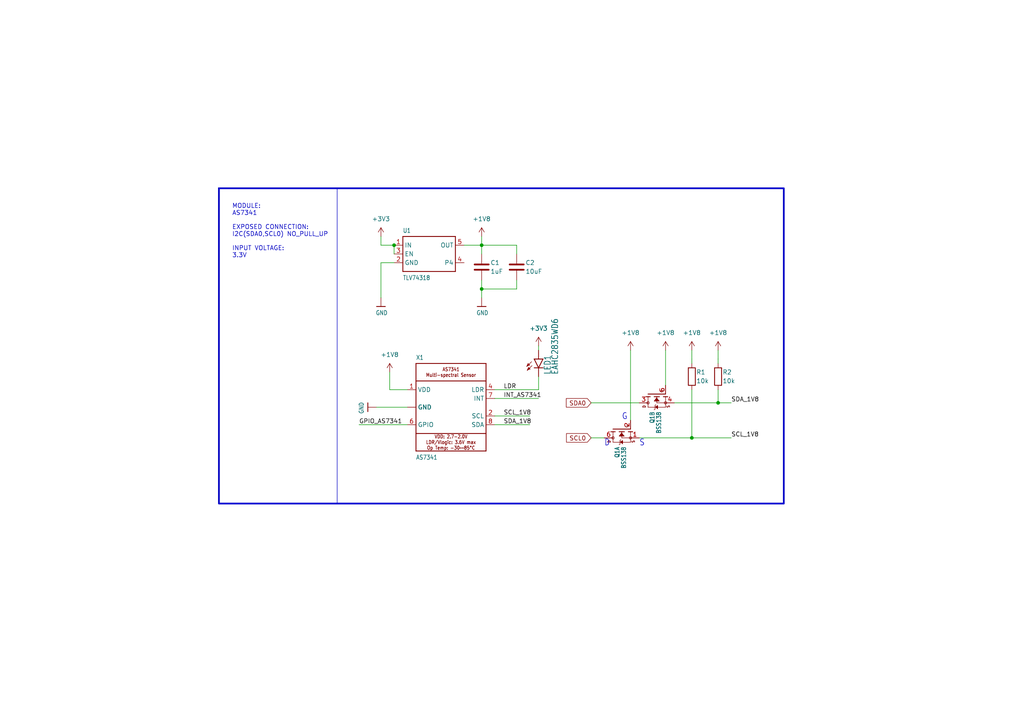
<source format=kicad_sch>
(kicad_sch (version 20230121) (generator eeschema)
  (paper "A4")
  (lib_symbols
    (symbol "Adafruit PiCowbell Camera Breakout-eagle-import:GND" (power)
      (property "Value" "GND" (at -1.524 -2.54 0))
      (symbol "GND_1_0"
        (polyline (pts (xy -1.27 0) (xy 1.27 0)) (stroke (width 0.254)))
        (pin power_in line (at 0 2.54 270) (length 2.54) (name "GND") (number "1"))
      )
    )
    (symbol "Adafruit PiCowbell Camera Breakout-eagle-import:VREG_SOT23-5"
      (property "Reference" "U" (at -7.62 6.096 0))
      (symbol "VREG_SOT23-5_1_0"
        (polyline (pts (xy -7.62 -5.08) (xy -7.62 5.08)) (stroke (width 0.254)))
        (polyline (pts (xy -7.62 5.08) (xy 7.62 5.08)) (stroke (width 0.254)))
        (polyline (pts (xy 7.62 -5.08) (xy -7.62 -5.08)) (stroke (width 0.254)))
        (polyline (pts (xy 7.62 5.08) (xy 7.62 -5.08)) (stroke (width 0.254)))
        (pin power_in line (at -10.16 2.54 0) (length 2.54) (name "IN") (number "1"))
        (pin power_in line (at -10.16 -2.54 0) (length 2.54) (name "GND") (number "2"))
        (pin input line (at -10.16 0 0) (length 2.54) (name "EN") (number "3"))
        (pin bidirectional line (at 10.16 -2.54 180) (length 2.54) (name "P4") (number "4"))
        (pin power_in line (at 10.16 2.54 180) (length 2.54) (name "OUT") (number "5"))
      )
    )
    (symbol "Adafruit_AS7341-eagle-import:AS7341"
      (property "Reference" "X" (at -10.16 13.716 0))
      (symbol "AS7341_1_0"
        (polyline (pts (xy -10.16 -12.7) (xy 10.16 -12.7)) (stroke (width 0.254)))
        (polyline (pts (xy -10.16 -7.62) (xy -10.16 -12.7)) (stroke (width 0.254)))
        (polyline (pts (xy -10.16 -7.62) (xy -10.16 7.62)) (stroke (width 0.254)))
        (polyline (pts (xy -10.16 7.62) (xy -10.16 12.7)) (stroke (width 0.254)))
        (polyline (pts (xy -10.16 7.62) (xy 10.16 7.62)) (stroke (width 0.254)))
        (polyline (pts (xy -10.16 12.7) (xy 10.16 12.7)) (stroke (width 0.254)))
        (polyline (pts (xy 10.16 -12.7) (xy 10.16 -7.62)) (stroke (width 0.254)))
        (polyline (pts (xy 10.16 -7.62) (xy -10.16 -7.62)) (stroke (width 0.254)))
        (polyline (pts (xy 10.16 7.62) (xy 10.16 -7.62)) (stroke (width 0.254)))
        (polyline (pts (xy 10.16 12.7) (xy 10.16 7.62)) (stroke (width 0.254)))
        (text "AS7341\nMulti-spectral Sensor" (at 0 10.16 0) (effects (font (size 1.016 0.8636))))
        (text "VDD: 2.7-2.0V\nLDR/Vlogic: 3.6V max\nOp Temp: -30~~85°C" (at 0 -10.16 0) (effects (font (size 1.016 0.8636))))
        (pin power_in line (at -12.7 5.08 0) (length 2.54) (name "VDD") (number "1"))
        (pin input line (at 12.7 -2.54 180) (length 2.54) (name "SCL") (number "2"))
        (pin power_in line (at -12.7 0 0) (length 2.54) (name "GND") (number "3"))
        (pin bidirectional line (at 12.7 5.08 180) (length 2.54) (name "LDR") (number "4"))
        (pin power_in line (at -12.7 0 0) (length 2.54) (name "GND") (number "5"))
        (pin power_in line (at -12.7 -5.08 0) (length 2.54) (name "GPIO") (number "6"))
        (pin output line (at 12.7 2.54 180) (length 2.54) (name "INT") (number "7"))
        (pin bidirectional line (at 12.7 -5.08 180) (length 2.54) (name "SDA") (number "8"))
      )
    )
    (symbol "Adafruit_AS7341-eagle-import:LEDKA-3528ASYC"
      (property "Reference" "LED" (at 3.556 -4.572 90))
      (symbol "LEDKA-3528ASYC_1_0"
        (polyline (pts (xy -2.032 -0.762) (xy -3.429 -2.159)) (stroke (width 0.1524)))
        (polyline (pts (xy -1.905 -1.905) (xy -3.302 -3.302)) (stroke (width 0.1524)))
        (polyline (pts (xy 0 -2.54) (xy -1.27 -2.54)) (stroke (width 0.254)))
        (polyline (pts (xy 0 -2.54) (xy -1.27 0)) (stroke (width 0.254)))
        (polyline (pts (xy 0 0) (xy -1.27 0)) (stroke (width 0.254)))
        (polyline (pts (xy 1.27 -2.54) (xy 0 -2.54)) (stroke (width 0.254)))
        (polyline (pts (xy 1.27 0) (xy 0 -2.54)) (stroke (width 0.254)))
        (polyline (pts (xy 1.27 0) (xy 0 0)) (stroke (width 0.254)))
        (polyline (pts (xy -3.429 -2.159) (xy -3.048 -1.27) (xy -2.54 -1.778)) (stroke (width 0.1524)) (fill (type outline)))
        (polyline (pts (xy -3.302 -3.302) (xy -2.921 -2.413) (xy -2.413 -2.921)) (stroke (width 0.1524)) (fill (type outline)))
        (pin passive line (at 0 2.54 270) (length 2.54) (name "A") (number "A"))
        (pin passive line (at 0 -5.08 90) (length 2.54) (name "C") (number "C"))
      )
    )
    (symbol "Adafruit_AS7341-eagle-import:MOSFET-N_DUAL"
      (property "Reference" "Q" (at 5.08 0.635 0))
      (symbol "MOSFET-N_DUAL_1_0"
        (polyline (pts (xy 0 2.54) (xy 0 -2.54)) (stroke (width 0.254)))
        (polyline (pts (xy 0.762 -2.54) (xy 0.762 -3.175)) (stroke (width 0.254)))
        (polyline (pts (xy 0.762 -1.905) (xy 0.762 -2.54)) (stroke (width 0.254)))
        (polyline (pts (xy 0.762 0) (xy 0.762 -0.762)) (stroke (width 0.254)))
        (polyline (pts (xy 0.762 0) (xy 2.54 0)) (stroke (width 0.1524)))
        (polyline (pts (xy 0.762 0.762) (xy 0.762 0)) (stroke (width 0.254)))
        (polyline (pts (xy 0.762 2.54) (xy 0.762 1.905)) (stroke (width 0.254)))
        (polyline (pts (xy 0.762 2.54) (xy 3.81 2.54)) (stroke (width 0.1524)))
        (polyline (pts (xy 0.762 3.175) (xy 0.762 2.54)) (stroke (width 0.254)))
        (polyline (pts (xy 2.54 -2.54) (xy 0.762 -2.54)) (stroke (width 0.1524)))
        (polyline (pts (xy 2.54 -2.54) (xy 3.81 -2.54)) (stroke (width 0.1524)))
        (polyline (pts (xy 2.54 0) (xy 2.54 -2.54)) (stroke (width 0.1524)))
        (polyline (pts (xy 3.302 0.508) (xy 3.048 0.254)) (stroke (width 0.1524)))
        (polyline (pts (xy 3.81 0.508) (xy 3.302 0.508)) (stroke (width 0.1524)))
        (polyline (pts (xy 3.81 0.508) (xy 3.81 -2.54)) (stroke (width 0.1524)))
        (polyline (pts (xy 3.81 2.54) (xy 3.81 0.508)) (stroke (width 0.1524)))
        (polyline (pts (xy 4.318 0.508) (xy 3.81 0.508)) (stroke (width 0.1524)))
        (polyline (pts (xy 4.572 0.762) (xy 4.318 0.508)) (stroke (width 0.1524)))
        (polyline (pts (xy 1.016 0) (xy 2.032 0.762) (xy 2.032 -0.762)) (stroke (width 0.1524)) (fill (type outline)))
        (polyline (pts (xy 3.81 0.508) (xy 3.302 -0.254) (xy 4.318 -0.254)) (stroke (width 0.1524)) (fill (type outline)))
        (circle (center 2.54 -2.54) (radius 0.3592))
        (circle (center 2.54 2.54) (radius 0.3592))
        (text "D" (at 3.175 3.175 0) (effects (font (size 0.8128 0.6908)) (justify left bottom)))
        (text "G" (at -1.27 -1.905 0) (effects (font (size 0.8128 0.6908)) (justify left bottom)))
        (text "S" (at 3.175 -3.81 0) (effects (font (size 0.8128 0.6908)) (justify left bottom)))
        (pin bidirectional line (at 2.54 -5.08 90) (length 2.54) (name "S") (number "1"))
        (pin bidirectional line (at -2.54 -2.54 0) (length 2.54) (name "G") (number "2"))
        (pin bidirectional line (at 2.54 5.08 270) (length 2.54) (name "D") (number "6"))
      )
      (symbol "MOSFET-N_DUAL_2_0"
        (polyline (pts (xy 0 2.54) (xy 0 -2.54)) (stroke (width 0.254)))
        (polyline (pts (xy 0.762 -2.54) (xy 0.762 -3.175)) (stroke (width 0.254)))
        (polyline (pts (xy 0.762 -1.905) (xy 0.762 -2.54)) (stroke (width 0.254)))
        (polyline (pts (xy 0.762 0) (xy 0.762 -0.762)) (stroke (width 0.254)))
        (polyline (pts (xy 0.762 0) (xy 2.54 0)) (stroke (width 0.1524)))
        (polyline (pts (xy 0.762 0.762) (xy 0.762 0)) (stroke (width 0.254)))
        (polyline (pts (xy 0.762 2.54) (xy 0.762 1.905)) (stroke (width 0.254)))
        (polyline (pts (xy 0.762 2.54) (xy 3.81 2.54)) (stroke (width 0.1524)))
        (polyline (pts (xy 0.762 3.175) (xy 0.762 2.54)) (stroke (width 0.254)))
        (polyline (pts (xy 2.54 -2.54) (xy 0.762 -2.54)) (stroke (width 0.1524)))
        (polyline (pts (xy 2.54 -2.54) (xy 3.81 -2.54)) (stroke (width 0.1524)))
        (polyline (pts (xy 2.54 0) (xy 2.54 -2.54)) (stroke (width 0.1524)))
        (polyline (pts (xy 3.302 0.508) (xy 3.048 0.254)) (stroke (width 0.1524)))
        (polyline (pts (xy 3.81 0.508) (xy 3.302 0.508)) (stroke (width 0.1524)))
        (polyline (pts (xy 3.81 0.508) (xy 3.81 -2.54)) (stroke (width 0.1524)))
        (polyline (pts (xy 3.81 2.54) (xy 3.81 0.508)) (stroke (width 0.1524)))
        (polyline (pts (xy 4.318 0.508) (xy 3.81 0.508)) (stroke (width 0.1524)))
        (polyline (pts (xy 4.572 0.762) (xy 4.318 0.508)) (stroke (width 0.1524)))
        (polyline (pts (xy 1.016 0) (xy 2.032 0.762) (xy 2.032 -0.762)) (stroke (width 0.1524)) (fill (type outline)))
        (polyline (pts (xy 3.81 0.508) (xy 3.302 -0.254) (xy 4.318 -0.254)) (stroke (width 0.1524)) (fill (type outline)))
        (circle (center 2.54 -2.54) (radius 0.3592))
        (circle (center 2.54 2.54) (radius 0.3592))
        (text "D" (at 3.175 3.175 0) (effects (font (size 0.8128 0.6908)) (justify left bottom)))
        (text "G" (at -1.27 -1.905 0) (effects (font (size 0.8128 0.6908)) (justify left bottom)))
        (text "S" (at 3.175 -3.81 0) (effects (font (size 0.8128 0.6908)) (justify left bottom)))
        (pin bidirectional line (at 2.54 5.08 270) (length 2.54) (name "D") (number "3"))
        (pin bidirectional line (at 2.54 -5.08 90) (length 2.54) (name "S") (number "4"))
        (pin bidirectional line (at -2.54 -2.54 0) (length 2.54) (name "G") (number "5"))
      )
    )
    (symbol "Device:C" (pin_numbers hide) (pin_names (offset 0.254))
      (property "Reference" "C" (at 0.635 2.54 0))
      (property "Value" "C" (at 0.635 -2.54 0))
      (symbol "C_0_1"
        (polyline (pts (xy -2.032 -0.762) (xy 2.032 -0.762)) (stroke (width 0.508)))
        (polyline (pts (xy -2.032 0.762) (xy 2.032 0.762)) (stroke (width 0.508)))
      )
      (symbol "C_1_1"
        (pin passive line (at 0 3.81 270) (length 2.794) (name "~") (number "1"))
        (pin passive line (at 0 -3.81 90) (length 2.794) (name "~") (number "2"))
      )
    )
    (symbol "Device:R" (pin_numbers hide) (pin_names (offset 0))
      (property "Reference" "R" (at 2.032 0 90))
      (property "Value" "R" (at 0 0 90))
      (symbol "R_0_1"
        (rectangle (start -1.016 -2.54) (end 1.016 2.54) (stroke (width 0.254)))
      )
      (symbol "R_1_1"
        (pin passive line (at 0 3.81 270) (length 1.27) (name "~") (number "1"))
        (pin passive line (at 0 -3.81 90) (length 1.27) (name "~") (number "2"))
      )
    )
    (symbol "power:+1V8" (power) (pin_names (offset 0))
      (property "Value" "+1V8" (at 0 3.556 0))
      (symbol "+1V8_0_1"
        (polyline (pts (xy -0.762 1.27) (xy 0 2.54)))
        (polyline (pts (xy 0 0) (xy 0 2.54)))
        (polyline (pts (xy 0 2.54) (xy 0.762 1.27)))
      )
      (symbol "+1V8_1_1"
        (pin power_in line (at 0 0 90) (length 0) hide (name "+1V8") (number "1"))
      )
    )
    (symbol "power:+3V3" (power) (pin_names (offset 0))
      (property "Value" "+3V3" (at 0 3.556 0))
      (symbol "+3V3_0_1"
        (polyline (pts (xy -0.762 1.27) (xy 0 2.54)))
        (polyline (pts (xy 0 0) (xy 0 2.54)))
        (polyline (pts (xy 0 2.54) (xy 0.762 1.27)))
      )
      (symbol "+3V3_1_1"
        (pin power_in line (at 0 0 90) (length 0) hide (name "+3V3") (number "1"))
      )
    )
  )
  (junction (at 208.28 116.84))
  (junction (at 114.3 71.12))
  (junction (at 139.7 71.12))
  (junction (at 200.66 127))
  (junction (at 139.7 83.82))
  (wire (pts (xy 134.62 71.12) (xy 139.7 71.12)) (stroke (width 0.1524)))
  (wire (pts (xy 156.21 101.6) (xy 156.21 100.33)))
  (wire (pts (xy 156.21 109.22) (xy 156.21 113.03)) (stroke (width 0.1524)))
  (wire (pts (xy 139.7 71.12) (xy 139.7 73.66)) (stroke (width 0.1524)))
  (wire (pts (xy 153.67 123.19) (xy 143.51 123.19)) (stroke (width 0.1524)))
  (wire (pts (xy 171.45 116.84) (xy 185.42 116.84)))
  (wire (pts (xy 139.7 71.12) (xy 139.7 68.58)) (stroke (width 0.1524)))
  (wire (pts (xy 143.51 113.03) (xy 156.21 113.03)) (stroke (width 0.1524)))
  (wire (pts (xy 113.03 113.03) (xy 118.11 113.03)) (stroke (width 0.1524)))
  (wire (pts (xy 139.7 83.82) (xy 139.7 86.36)) (stroke (width 0.1524)))
  (wire (pts (xy 200.66 127) (xy 212.09 127)) (stroke (width 0.1524)))
  (wire (pts (xy 208.28 113.03) (xy 208.28 116.84)) (stroke (width 0.1524)))
  (wire (pts (xy 139.7 81.28) (xy 139.7 83.82)) (stroke (width 0.1524)))
  (wire (pts (xy 208.28 104.14) (xy 208.28 101.6)) (stroke (width 0.1524)))
  (wire (pts (xy 110.49 76.2) (xy 110.49 86.36)) (stroke (width 0.1524)))
  (wire (pts (xy 114.3 76.2) (xy 110.49 76.2)) (stroke (width 0.1524)))
  (wire (pts (xy 149.86 71.12) (xy 139.7 71.12)) (stroke (width 0.1524)))
  (wire (pts (xy 200.66 113.03) (xy 200.66 127)) (stroke (width 0.1524)))
  (wire (pts (xy 182.88 121.92) (xy 182.88 101.6)) (stroke (width 0.1524)))
  (wire (pts (xy 113.03 107.95) (xy 113.03 113.03)) (stroke (width 0.1524)))
  (wire (pts (xy 118.11 123.19) (xy 104.14 123.19)) (stroke (width 0.1524)))
  (wire (pts (xy 109.22 118.11) (xy 118.11 118.11)) (stroke (width 0.1524)))
  (wire (pts (xy 143.51 115.57) (xy 156.21 115.57)) (stroke (width 0.1524)))
  (wire (pts (xy 185.42 127) (xy 200.66 127)) (stroke (width 0.1524)))
  (wire (pts (xy 149.86 83.82) (xy 149.86 81.28)) (stroke (width 0.1524)))
  (wire (pts (xy 143.51 120.65) (xy 153.67 120.65)) (stroke (width 0.1524)))
  (wire (pts (xy 139.7 83.82) (xy 149.86 83.82)) (stroke (width 0.1524)))
  (wire (pts (xy 171.45 127) (xy 175.26 127)))
  (wire (pts (xy 200.66 104.14) (xy 200.66 101.6)) (stroke (width 0.1524)))
  (wire (pts (xy 193.04 111.76) (xy 193.04 101.6)) (stroke (width 0.1524)))
  (wire (pts (xy 200.66 104.14) (xy 200.66 105.41)))
  (wire (pts (xy 110.49 68.58) (xy 110.49 71.12)) (stroke (width 0.1524)))
  (wire (pts (xy 114.3 73.66) (xy 114.3 71.12)) (stroke (width 0.1524)))
  (wire (pts (xy 114.3 71.12) (xy 110.49 71.12)) (stroke (width 0.1524)))
  (wire (pts (xy 195.58 116.84) (xy 208.28 116.84)) (stroke (width 0.1524)))
  (wire (pts (xy 208.28 116.84) (xy 212.09 116.84)) (stroke (width 0.1524)))
  (wire (pts (xy 208.28 104.14) (xy 208.28 105.41)))
  (wire (pts (xy 149.86 73.66) (xy 149.86 71.12)) (stroke (width 0.1524)))
  (rectangle (start 63.5 54.61) (end 227.33 146.05) (stroke (width 0.5)))
  (rectangle (start 63.5 54.61) (end 97.79 146.05))
  (text "D" (at 175.26 129.54 0) (effects (font (size 1.778 1.5113)) (justify left bottom)))
  (text "MODULE:\nAS7341\n\nEXPOSED CONNECTION: \nI2C(SDA0,SCL0) NO_PULL_UP\n\nINPUT VOLTAGE:\n3.3V" (at 67.31 74.93 0) (effects (font (size 1.27 1.27)) (justify left bottom)))
  (text "G" (at 180.34 121.92 0) (effects (font (size 1.778 1.5113)) (justify left bottom)))
  (text "S" (at 185.42 129.54 0) (effects (font (size 1.778 1.5113)) (justify left bottom)))
  (label "LDR" (at 146.05 113.03 0) (effects (font (size 1.2446 1.2446))))
  (label "SCL_1V8" (at 212.09 127 0) (effects (font (size 1.2446 1.2446))))
  (label "INT_AS7341" (at 146.05 115.57 0) (effects (font (size 1.2446 1.2446))))
  (label "SCL_1V8" (at 146.05 120.65 0) (effects (font (size 1.2446 1.2446))))
  (label "SDA_1V8" (at 146.05 123.19 0) (effects (font (size 1.2446 1.2446))))
  (label "SDA_1V8" (at 212.09 116.84 0) (effects (font (size 1.2446 1.2446))))
  (label "GPIO_AS7341" (at 104.14 123.19 0) (effects (font (size 1.2446 1.2446))))
  (global_label "SDA0" (shape input) (at 171.45 116.84 180) (property "Intersheetrefs" "${INTERSHEET_REFS}" (effects hide)))
  (global_label "SCL0" (shape input) (at 171.45 127 180) (property "Intersheetrefs" "${INTERSHEET_REFS}" (effects hide)))
  (symbol (lib_id "Adafruit_AS7341-eagle-import:AS7341") (at 130.81 118.11 0) (unit 1)
    (property "Reference" "X1" (at 120.65 104.394 0) (effects (font (size 1.27 1.0795)) (justify left bottom)))
    (property "Value" "AS7341" (at 120.65 133.35 0) (effects (font (size 1.27 1.0795)) (justify left bottom)))
    (property "Footprint" "Adafruit_AS7341:AS7341" (effects hide))
  )
  (symbol (lib_id "power:+1V8") (at 193.04 101.6 0) (unit 1)
    (property "Reference" "#PWR06" (effects hide))
    (property "Value" "+1V8" (at 193.04 96.52 0))
  )
  (symbol (lib_id "Adafruit_AS7341-eagle-import:LEDKA-3528ASYC") (at 156.21 104.14 0) (unit 1)
    (property "Reference" "LED1" (at 159.766 108.712 90) (effects (font (size 1.778 1.5113)) (justify left bottom)))
    (property "Value" "EAHC2835WD6  " (at 161.925 108.712 90) (effects (font (size 1.778 1.5113)) (justify left bottom)))
    (property "Footprint" "Adafruit_AS7341:KA-3528ASYC" (effects hide))
  )
  (symbol (lib_id "power:+1V8") (at 182.88 101.6 0) (unit 1)
    (property "Reference" "#PWR05" (effects hide))
    (property "Value" "+1V8" (at 182.88 96.52 0))
  )
  (symbol (lib_id "power:+3V3") (at 110.49 68.58 0) (unit 1)
    (property "Reference" "#PWR01" (effects hide))
    (property "Value" "+3V3" (at 110.49 63.5 0))
  )
  (symbol (lib_id "Adafruit PiCowbell Camera Breakout-eagle-import:GND") (at 110.49 88.9 0) (unit 1)
    (property "Reference" "#U$02" (effects hide))
    (property "Value" "GND" (at 108.966 91.44 0) (effects (font (size 1.27 1.0795)) (justify left bottom)))
  )
  (symbol (lib_id "Device:C") (at 139.7 77.47 0) (unit 1)
    (property "Reference" "C1" (at 142.24 76.2 0) (effects (justify left)))
    (property "Value" "1uF" (at 142.24 78.74 0) (effects (justify left)))
    (property "Footprint" "Capacitor_SMD:C_0402_1005Metric" (effects hide))
  )
  (symbol (lib_id "power:+3V3") (at 156.21 100.33 0) (unit 1)
    (property "Reference" "#PWR04" (effects hide))
    (property "Value" "+3V3" (at 156.21 95.25 0))
  )
  (symbol (lib_id "Adafruit PiCowbell Camera Breakout-eagle-import:GND") (at 139.7 88.9 0) (unit 1)
    (property "Reference" "#U$03" (effects hide))
    (property "Value" "GND" (at 138.176 91.44 0) (effects (font (size 1.27 1.0795)) (justify left bottom)))
  )
  (symbol (lib_id "Device:R") (at 200.66 109.22 0) (unit 1)
    (property "Reference" "R1" (at 201.93 107.95 0) (effects (justify left)))
    (property "Value" "10k" (at 201.93 110.49 0) (effects (justify left)))
    (property "Footprint" "Resistor_SMD:R_01005_0402Metric" (effects hide))
  )
  (symbol (lib_id "Device:C") (at 149.86 77.47 0) (unit 1)
    (property "Reference" "C2" (at 152.4 76.2 0) (effects (justify left)))
    (property "Value" "10uF" (at 152.4 78.74 0) (effects (justify left)))
    (property "Footprint" "Capacitor_SMD:C_0402_1005Metric" (effects hide))
  )
  (symbol (lib_id "power:+1V8") (at 139.7 68.58 0) (unit 1)
    (property "Reference" "#PWR03" (effects hide))
    (property "Value" "+1V8" (at 139.7 63.5 0))
  )
  (symbol (lib_id "Adafruit PiCowbell Camera Breakout-eagle-import:VREG_SOT23-5") (at 124.46 73.66 0) (unit 1)
    (property "Reference" "U1" (at 116.84 67.564 0) (effects (font (size 1.27 1.0795)) (justify left bottom)))
    (property "Value" "TLV74318" (at 116.84 81.28 0) (effects (font (size 1.27 1.0795)) (justify left bottom)))
    (property "Footprint" "Adafruit PiCowbell Camera Breakout:SOT23-5" (effects hide))
    (property "JLC_ROTATION" "0" (effects hide))
  )
  (symbol (lib_id "Adafruit_AS7341-eagle-import:MOSFET-N_DUAL") (at 190.5 114.3 90) (mirror x) (unit 2)
    (property "Reference" "Q1" (at 189.865 119.38 0) (effects (font (size 1.27 1.0795)) (justify left bottom)))
    (property "Value" "BSS138" (at 191.77 119.38 0) (effects (font (size 1.27 1.0795)) (justify left bottom)))
    (property "Footprint" "Adafruit_AS7341:SOT363" (effects hide))
  )
  (symbol (lib_id "Device:R") (at 208.28 109.22 0) (unit 1)
    (property "Reference" "R2" (at 209.55 107.95 0) (effects (justify left)))
    (property "Value" "10k" (at 209.55 110.49 0) (effects (justify left)))
    (property "Footprint" "Resistor_SMD:R_01005_0402Metric" (effects hide))
  )
  (symbol (lib_id "power:+1V8") (at 208.28 101.6 0) (unit 1)
    (property "Reference" "#PWR08" (effects hide))
    (property "Value" "+1V8" (at 208.28 96.52 0))
  )
  (symbol (lib_id "power:+1V8") (at 200.66 101.6 0) (unit 1)
    (property "Reference" "#PWR07" (effects hide))
    (property "Value" "+1V8" (at 200.66 96.52 0))
  )
  (symbol (lib_id "Adafruit_AS7341-eagle-import:MOSFET-N_DUAL") (at 180.34 124.46 90) (mirror x) (unit 1)
    (property "Reference" "Q1" (at 179.705 129.54 0) (effects (font (size 1.27 1.0795)) (justify left bottom)))
    (property "Value" "BSS138" (at 181.61 129.54 0) (effects (font (size 1.27 1.0795)) (justify left bottom)))
    (property "Footprint" "Adafruit_AS7341:SOT363" (effects hide))
  )
  (symbol (lib_id "power:+1V8") (at 113.03 107.95 0) (unit 1)
    (property "Reference" "#PWR02" (effects hide))
    (property "Value" "+1V8" (at 113.03 102.87 0))
  )
  (symbol (lib_id "Adafruit PiCowbell Camera Breakout-eagle-import:GND") (at 106.68 118.11 270) (unit 1)
    (property "Reference" "#U$01" (effects hide))
    (property "Value" "GND" (at 104.14 116.586 0) (effects (font (size 1.27 1.0795)) (justify left bottom)))
  )
)
</source>
